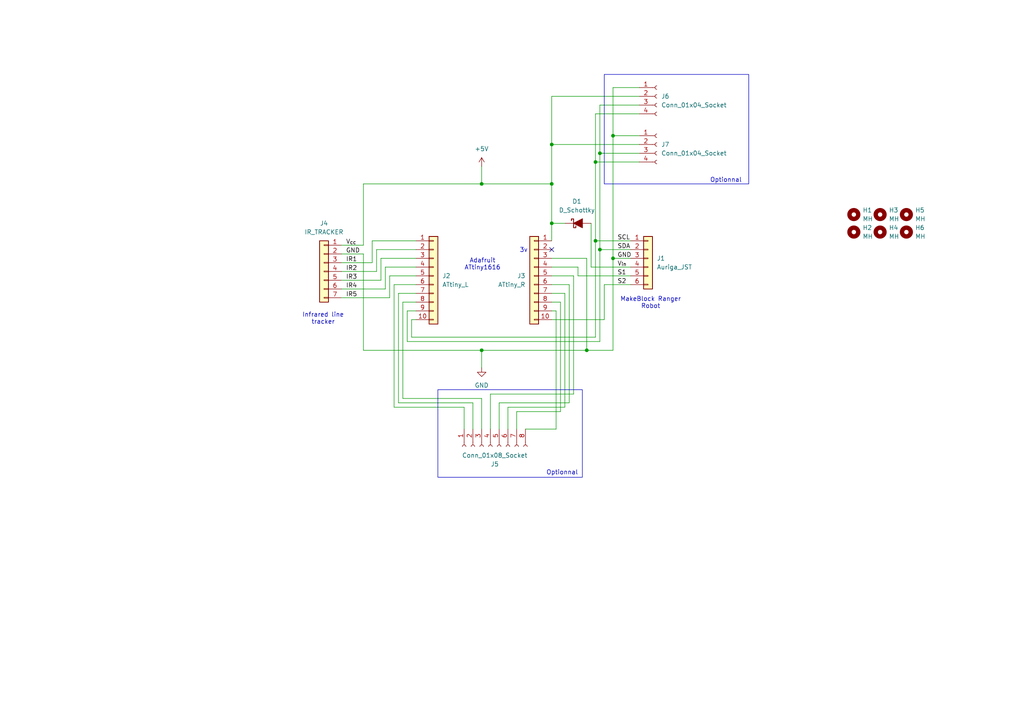
<source format=kicad_sch>
(kicad_sch (version 20231120) (generator "eeschema") (generator_version "8.0")
  (paper "A4")
  (lib_symbols
    (symbol "Conn_01x10_1" (pin_names (offset 1.016) hide)
      (property "Reference" "J2" (at 2.54 0.0001 0))
      (property "Value" "Conn_01x10" (at 2.54 -2.5399 0))
      (symbol "Conn_01x10_1_1_1"
        (rectangle (start -1.27 -12.573) (end 0 -12.827) (stroke (width 0.1524)))
        (rectangle (start -1.27 -10.033) (end 0 -10.287) (stroke (width 0.1524)))
        (rectangle (start -1.27 -7.493) (end 0 -7.747) (stroke (width 0.1524)))
        (rectangle (start -1.27 -4.953) (end 0 -5.207) (stroke (width 0.1524)))
        (rectangle (start -1.27 -2.413) (end 0 -2.667) (stroke (width 0.1524)))
        (rectangle (start -1.27 0.127) (end 0 -0.127) (stroke (width 0.1524)))
        (rectangle (start -1.27 2.667) (end 0 2.413) (stroke (width 0.1524)))
        (rectangle (start -1.27 5.207) (end 0 4.953) (stroke (width 0.1524)))
        (rectangle (start -1.27 7.747) (end 0 7.493) (stroke (width 0.1524)))
        (rectangle (start -1.27 10.287) (end 0 10.033) (stroke (width 0.1524)))
        (rectangle (start -1.27 11.43) (end 1.27 -13.97) (stroke (width 0.254)) (fill (type background)))
        (pin passive line (at -5.08 10.16 0) (length 3.81) (name "Pin_0") (number "1"))
        (pin passive line (at -5.08 -12.7 0) (length 3.81) (name "SCL") (number "10"))
        (pin passive line (at -5.08 7.62 0) (length 3.81) (name "Pin_1") (number "2"))
        (pin passive line (at -5.08 5.08 0) (length 3.81) (name "Pin_2") (number "3"))
        (pin passive line (at -5.08 2.54 0) (length 3.81) (name "Pin_3") (number "4"))
        (pin passive line (at -5.08 0 0) (length 3.81) (name "Pin_4") (number "5"))
        (pin passive line (at -5.08 -2.54 0) (length 3.81) (name "Pin_5") (number "6"))
        (pin passive line (at -5.08 -5.08 0) (length 3.81) (name "RXD") (number "7"))
        (pin passive line (at -5.08 -7.62 0) (length 3.81) (name "TXD") (number "8"))
        (pin passive line (at -5.08 -10.16 0) (length 3.81) (name "SDA") (number "9"))
      )
    )
    (symbol "Connector:Conn_01x04_Socket" (pin_names (offset 1.016) hide)
      (property "Reference" "J" (at 0 5.08 0))
      (property "Value" "Conn_01x04_Socket" (at 0 -7.62 0))
      (symbol "Conn_01x04_Socket_1_1"
        (arc (start 0 -4.572) (mid -0.5058 -5.08) (end 0 -5.588) (stroke (width 0.1524)))
        (arc (start 0 -2.032) (mid -0.5058 -2.54) (end 0 -3.048) (stroke (width 0.1524)))
        (polyline (pts (xy -1.27 -5.08) (xy -0.508 -5.08)) (stroke (width 0.1524)))
        (polyline (pts (xy -1.27 -2.54) (xy -0.508 -2.54)) (stroke (width 0.1524)))
        (polyline (pts (xy -1.27 0) (xy -0.508 0)) (stroke (width 0.1524)))
        (polyline (pts (xy -1.27 2.54) (xy -0.508 2.54)) (stroke (width 0.1524)))
        (arc (start 0 0.508) (mid -0.5058 0) (end 0 -0.508) (stroke (width 0.1524)))
        (arc (start 0 3.048) (mid -0.5058 2.54) (end 0 2.032) (stroke (width 0.1524)))
        (pin passive line (at -5.08 2.54 0) (length 3.81) (name "Pin_1") (number "1"))
        (pin passive line (at -5.08 0 0) (length 3.81) (name "Pin_2") (number "2"))
        (pin passive line (at -5.08 -2.54 0) (length 3.81) (name "Pin_3") (number "3"))
        (pin passive line (at -5.08 -5.08 0) (length 3.81) (name "Pin_4") (number "4"))
      )
    )
    (symbol "Connector:Conn_01x08_Socket" (pin_names (offset 1.016) hide)
      (property "Reference" "J" (at 0 10.16 0))
      (property "Value" "Conn_01x08_Socket" (at 0 -12.7 0))
      (symbol "Conn_01x08_Socket_1_1"
        (arc (start 0 -9.652) (mid -0.5058 -10.16) (end 0 -10.668) (stroke (width 0.1524)))
        (arc (start 0 -7.112) (mid -0.5058 -7.62) (end 0 -8.128) (stroke (width 0.1524)))
        (arc (start 0 -4.572) (mid -0.5058 -5.08) (end 0 -5.588) (stroke (width 0.1524)))
        (arc (start 0 -2.032) (mid -0.5058 -2.54) (end 0 -3.048) (stroke (width 0.1524)))
        (polyline (pts (xy -1.27 -10.16) (xy -0.508 -10.16)) (stroke (width 0.1524)))
        (polyline (pts (xy -1.27 -7.62) (xy -0.508 -7.62)) (stroke (width 0.1524)))
        (polyline (pts (xy -1.27 -5.08) (xy -0.508 -5.08)) (stroke (width 0.1524)))
        (polyline (pts (xy -1.27 -2.54) (xy -0.508 -2.54)) (stroke (width 0.1524)))
        (polyline (pts (xy -1.27 0) (xy -0.508 0)) (stroke (width 0.1524)))
        (polyline (pts (xy -1.27 2.54) (xy -0.508 2.54)) (stroke (width 0.1524)))
        (polyline (pts (xy -1.27 5.08) (xy -0.508 5.08)) (stroke (width 0.1524)))
        (polyline (pts (xy -1.27 7.62) (xy -0.508 7.62)) (stroke (width 0.1524)))
        (arc (start 0 0.508) (mid -0.5058 0) (end 0 -0.508) (stroke (width 0.1524)))
        (arc (start 0 3.048) (mid -0.5058 2.54) (end 0 2.032) (stroke (width 0.1524)))
        (arc (start 0 5.588) (mid -0.5058 5.08) (end 0 4.572) (stroke (width 0.1524)))
        (arc (start 0 8.128) (mid -0.5058 7.62) (end 0 7.112) (stroke (width 0.1524)))
        (pin passive line (at -5.08 7.62 0) (length 3.81) (name "Pin_1") (number "1"))
        (pin passive line (at -5.08 5.08 0) (length 3.81) (name "Pin_2") (number "2"))
        (pin passive line (at -5.08 2.54 0) (length 3.81) (name "Pin_3") (number "3"))
        (pin passive line (at -5.08 0 0) (length 3.81) (name "Pin_4") (number "4"))
        (pin passive line (at -5.08 -2.54 0) (length 3.81) (name "Pin_5") (number "5"))
        (pin passive line (at -5.08 -5.08 0) (length 3.81) (name "Pin_6") (number "6"))
        (pin passive line (at -5.08 -7.62 0) (length 3.81) (name "Pin_7") (number "7"))
        (pin passive line (at -5.08 -10.16 0) (length 3.81) (name "Pin_8") (number "8"))
      )
    )
    (symbol "Connector_Generic:Conn_01x06" (pin_names (offset 1.016) hide)
      (property "Reference" "J1" (at 2.54 0.0001 0))
      (property "Value" "Auriga_JST" (at 2.54 -2.5399 0))
      (symbol "Conn_01x06_1_1"
        (rectangle (start -1.27 -7.493) (end 0 -7.747) (stroke (width 0.1524)))
        (rectangle (start -1.27 -4.953) (end 0 -5.207) (stroke (width 0.1524)))
        (rectangle (start -1.27 -2.413) (end 0 -2.667) (stroke (width 0.1524)))
        (rectangle (start -1.27 0.127) (end 0 -0.127) (stroke (width 0.1524)))
        (rectangle (start -1.27 2.667) (end 0 2.413) (stroke (width 0.1524)))
        (rectangle (start -1.27 5.207) (end 0 4.953) (stroke (width 0.1524)))
        (rectangle (start -1.27 6.35) (end 1.27 -8.89) (stroke (width 0.254)) (fill (type background)))
        (pin passive line (at -5.08 5.08 0) (length 3.81) (name "SCL") (number "1"))
        (pin passive line (at -5.08 2.54 0) (length 3.81) (name "SDA") (number "2"))
        (pin passive line (at -5.08 0 0) (length 3.81) (name "PWR_A") (number "3"))
        (pin passive line (at -5.08 -2.54 0) (length 3.81) (name "PWR_B") (number "4"))
        (pin passive line (at -5.08 -5.08 0) (length 3.81) (name "S1") (number "5"))
        (pin passive line (at -5.08 -7.62 0) (length 3.81) (name "S2") (number "6"))
      )
    )
    (symbol "Connector_Generic:Conn_01x07" (pin_names (offset 1.016) hide)
      (property "Reference" "J" (at 0 10.16 0))
      (property "Value" "Conn_01x07" (at 0 -10.16 0))
      (symbol "Conn_01x07_1_1"
        (rectangle (start -1.27 -7.493) (end 0 -7.747) (stroke (width 0.1524)))
        (rectangle (start -1.27 -4.953) (end 0 -5.207) (stroke (width 0.1524)))
        (rectangle (start -1.27 -2.413) (end 0 -2.667) (stroke (width 0.1524)))
        (rectangle (start -1.27 0.127) (end 0 -0.127) (stroke (width 0.1524)))
        (rectangle (start -1.27 2.667) (end 0 2.413) (stroke (width 0.1524)))
        (rectangle (start -1.27 5.207) (end 0 4.953) (stroke (width 0.1524)))
        (rectangle (start -1.27 7.747) (end 0 7.493) (stroke (width 0.1524)))
        (rectangle (start -1.27 8.89) (end 1.27 -8.89) (stroke (width 0.254)) (fill (type background)))
        (pin passive line (at -5.08 7.62 0) (length 3.81) (name "Pin_1") (number "1"))
        (pin passive line (at -5.08 5.08 0) (length 3.81) (name "Pin_2") (number "2"))
        (pin passive line (at -5.08 2.54 0) (length 3.81) (name "Pin_3") (number "3"))
        (pin passive line (at -5.08 0 0) (length 3.81) (name "Pin_4") (number "4"))
        (pin passive line (at -5.08 -2.54 0) (length 3.81) (name "Pin_5") (number "5"))
        (pin passive line (at -5.08 -5.08 0) (length 3.81) (name "Pin_6") (number "6"))
        (pin passive line (at -5.08 -7.62 0) (length 3.81) (name "Pin_7") (number "7"))
      )
    )
    (symbol "Connector_Generic:Conn_01x10" (pin_names (offset 1.016) hide)
      (property "Reference" "J3" (at 2.54 0.0001 0))
      (property "Value" "Conn_01x10" (at 2.54 -2.5399 0))
      (symbol "Conn_01x10_1_1"
        (rectangle (start -1.27 -12.573) (end 0 -12.827) (stroke (width 0.1524)))
        (rectangle (start -1.27 -10.033) (end 0 -10.287) (stroke (width 0.1524)))
        (rectangle (start -1.27 -7.493) (end 0 -7.747) (stroke (width 0.1524)))
        (rectangle (start -1.27 -4.953) (end 0 -5.207) (stroke (width 0.1524)))
        (rectangle (start -1.27 -2.413) (end 0 -2.667) (stroke (width 0.1524)))
        (rectangle (start -1.27 0.127) (end 0 -0.127) (stroke (width 0.1524)))
        (rectangle (start -1.27 2.667) (end 0 2.413) (stroke (width 0.1524)))
        (rectangle (start -1.27 5.207) (end 0 4.953) (stroke (width 0.1524)))
        (rectangle (start -1.27 7.747) (end 0 7.493) (stroke (width 0.1524)))
        (rectangle (start -1.27 10.287) (end 0 10.033) (stroke (width 0.1524)))
        (rectangle (start -1.27 11.43) (end 1.27 -13.97) (stroke (width 0.254)) (fill (type background)))
        (pin passive line (at -5.08 10.16 0) (length 3.81) (name "Vin") (number "1"))
        (pin passive line (at -5.08 -12.7 0) (length 3.81) (name "Pin_11") (number "10"))
        (pin passive line (at -5.08 7.62 0) (length 3.81) (name "3v") (number "2"))
        (pin passive line (at -5.08 5.08 0) (length 3.81) (name "GND") (number "3"))
        (pin passive line (at -5.08 2.54 0) (length 3.81) (name "Pin_16") (number "4"))
        (pin passive line (at -5.08 0 0) (length 3.81) (name "Pin_15") (number "5"))
        (pin passive line (at -5.08 -2.54 0) (length 3.81) (name "Pin_14") (number "6"))
        (pin passive line (at -5.08 -5.08 0) (length 3.81) (name "UPDI") (number "7"))
        (pin passive line (at -5.08 -7.62 0) (length 3.81) (name "Pin_13") (number "8"))
        (pin passive line (at -5.08 -10.16 0) (length 3.81) (name "Pin_12") (number "9"))
      )
    )
    (symbol "Mechanical:MountingHole" (pin_names (offset 1.016)) (exclude_from_sim yes) (in_bom no)
      (property "Reference" "H" (at 0 5.08 0))
      (property "Value" "MountingHole" (at 0 3.175 0))
      (symbol "MountingHole_0_1"
        (circle (center 0 0) (radius 1.27) (stroke (width 1.27)))
      )
    )
    (symbol "PCM_Diode_Schottky_AKL:BAT65" (pin_numbers hide) (pin_names (offset 1.016) hide)
      (property "Reference" "D" (at 0 6.35 0))
      (property "Value" "BAT65" (at 0 3.81 0))
      (symbol "BAT65_0_1"
        (polyline (pts (xy -1.27 0) (xy 1.27 0)))
        (polyline (pts (xy -1.27 -1.27) (xy -1.27 1.27) (xy 1.27 0) (xy -1.27 -1.27)) (stroke (width 0.254)) (fill (type outline)))
        (polyline (pts (xy 1.905 -0.762) (xy 1.905 -1.27) (xy 1.27 -1.27) (xy 1.27 1.27) (xy 0.635 1.27) (xy 0.635 0.762)) (stroke (width 0.254)))
      )
      (symbol "BAT65_0_2"
        (polyline (pts (xy -2.54 -2.54) (xy 2.54 2.54)))
        (polyline (pts (xy 0 1.778) (xy 1.778 0)) (stroke (width 0.254)))
        (polyline (pts (xy 0 1.778) (xy -0.381 1.397) (xy 0 1.016)) (stroke (width 0.254)))
        (polyline (pts (xy 1.778 0) (xy 2.159 0.381) (xy 1.778 0.762)) (stroke (width 0.254)))
        (polyline (pts (xy -0.889 -0.889) (xy -1.778 0) (xy 0.889 0.889) (xy 0 -1.778) (xy -0.889 -0.889)) (stroke (width 0.254)) (fill (type outline)))
      )
      (symbol "BAT65_1_1"
        (pin passive line (at 3.81 0 180) (length 2.54) (name "K") (number "1"))
        (pin passive line (at -3.81 0 0) (length 2.54) (name "A") (number "2"))
      )
      (symbol "BAT65_1_2"
        (pin passive line (at 2.54 2.54 180) (length 0) (name "K") (number "1"))
        (pin passive line (at -2.54 -2.54 0) (length 0) (name "A") (number "2"))
      )
    )
    (symbol "power:+5V" (power) (pin_numbers hide) (pin_names (offset 0) hide)
      (property "Value" "+5V" (at 0 3.556 0))
      (symbol "+5V_0_1"
        (polyline (pts (xy -0.762 1.27) (xy 0 2.54)))
        (polyline (pts (xy 0 0) (xy 0 2.54)))
        (polyline (pts (xy 0 2.54) (xy 0.762 1.27)))
      )
      (symbol "+5V_1_1"
        (pin power_in line (at 0 0 90) (length 0) (name "~") (number "1"))
      )
    )
    (symbol "power:GND" (power) (pin_numbers hide) (pin_names (offset 0) hide)
      (property "Value" "GND" (at 0 -3.81 0))
      (symbol "GND_0_1"
        (polyline (pts (xy 0 0) (xy 0 -1.27) (xy 1.27 -1.27) (xy 0 -2.54) (xy -1.27 -1.27) (xy 0 -1.27)))
      )
      (symbol "GND_1_1"
        (pin power_in line (at 0 0 270) (length 0) (name "~") (number "1"))
      )
    )
  )
  (junction (at 177.8 39.37))
  (junction (at 139.7 101.6))
  (junction (at 177.8 74.93))
  (junction (at 160.02 41.91))
  (junction (at 139.7 53.34))
  (junction (at 173.99 44.45))
  (junction (at 170.18 101.6))
  (junction (at 172.72 69.85))
  (junction (at 160.02 64.77))
  (junction (at 172.72 46.99))
  (junction (at 173.99 72.39))
  (junction (at 160.02 53.34))
  (no_connect (at 160.02 72.39))
  (wire (pts (xy 160.02 64.77) (xy 163.83 64.77)))
  (wire (pts (xy 172.72 97.79) (xy 119.38 97.79)))
  (wire (pts (xy 114.3 118.11) (xy 134.62 118.11)))
  (wire (pts (xy 172.72 46.99) (xy 172.72 33.02)))
  (wire (pts (xy 160.02 53.34) (xy 160.02 41.91)))
  (wire (pts (xy 182.88 82.55) (xy 175.26 82.55)))
  (wire (pts (xy 167.64 77.47) (xy 160.02 77.47)))
  (wire (pts (xy 177.8 25.4) (xy 185.42 25.4)))
  (wire (pts (xy 160.02 82.55) (xy 165.1 82.55)))
  (wire (pts (xy 134.62 118.11) (xy 134.62 124.46)))
  (wire (pts (xy 177.8 74.93) (xy 177.8 39.37)))
  (wire (pts (xy 172.72 46.99) (xy 185.42 46.99)))
  (wire (pts (xy 160.02 53.34) (xy 139.7 53.34)))
  (wire (pts (xy 167.64 80.01) (xy 167.64 77.47)))
  (wire (pts (xy 166.37 114.3) (xy 142.24 114.3)))
  (wire (pts (xy 99.06 76.2) (xy 107.95 76.2)))
  (wire (pts (xy 99.06 78.74) (xy 109.22 78.74)))
  (wire (pts (xy 165.1 116.84) (xy 144.78 116.84)))
  (wire (pts (xy 110.49 81.28) (xy 110.49 74.93)))
  (wire (pts (xy 163.83 85.09) (xy 163.83 118.11)))
  (wire (pts (xy 116.84 87.63) (xy 116.84 115.57)))
  (wire (pts (xy 177.8 39.37) (xy 177.8 25.4)))
  (wire (pts (xy 160.02 27.94) (xy 185.42 27.94)))
  (wire (pts (xy 172.72 33.02) (xy 185.42 33.02)))
  (wire (pts (xy 105.41 73.66) (xy 105.41 101.6)))
  (wire (pts (xy 118.11 99.06) (xy 118.11 90.17)))
  (wire (pts (xy 175.26 92.71) (xy 160.02 92.71)))
  (wire (pts (xy 118.11 90.17) (xy 120.65 90.17)))
  (wire (pts (xy 105.41 53.34) (xy 139.7 53.34)))
  (wire (pts (xy 173.99 30.48) (xy 173.99 44.45)))
  (wire (pts (xy 177.8 39.37) (xy 185.42 39.37)))
  (wire (pts (xy 162.56 87.63) (xy 162.56 119.38)))
  (wire (pts (xy 172.72 69.85) (xy 182.88 69.85)))
  (wire (pts (xy 105.41 71.12) (xy 105.41 53.34)))
  (wire (pts (xy 160.02 87.63) (xy 162.56 87.63)))
  (wire (pts (xy 115.57 116.84) (xy 137.16 116.84)))
  (wire (pts (xy 139.7 101.6) (xy 139.7 106.68)))
  (wire (pts (xy 99.06 73.66) (xy 105.41 73.66)))
  (wire (pts (xy 139.7 115.57) (xy 139.7 124.46)))
  (wire (pts (xy 175.26 82.55) (xy 175.26 92.71)))
  (wire (pts (xy 160.02 80.01) (xy 166.37 80.01)))
  (wire (pts (xy 170.18 101.6) (xy 139.7 101.6)))
  (wire (pts (xy 114.3 82.55) (xy 120.65 82.55)))
  (wire (pts (xy 160.02 41.91) (xy 185.42 41.91)))
  (wire (pts (xy 109.22 78.74) (xy 109.22 72.39)))
  (wire (pts (xy 160.02 64.77) (xy 160.02 53.34)))
  (wire (pts (xy 160.02 74.93) (xy 170.18 74.93)))
  (wire (pts (xy 173.99 44.45) (xy 185.42 44.45)))
  (wire (pts (xy 149.86 119.38) (xy 149.86 124.46)))
  (wire (pts (xy 182.88 74.93) (xy 177.8 74.93)))
  (wire (pts (xy 172.72 69.85) (xy 172.72 97.79)))
  (wire (pts (xy 171.45 64.77) (xy 171.45 77.47)))
  (wire (pts (xy 163.83 118.11) (xy 147.32 118.11)))
  (wire (pts (xy 115.57 85.09) (xy 120.65 85.09)))
  (wire (pts (xy 137.16 116.84) (xy 137.16 124.46)))
  (wire (pts (xy 119.38 97.79) (xy 119.38 92.71)))
  (wire (pts (xy 166.37 80.01) (xy 166.37 114.3)))
  (wire (pts (xy 111.76 77.47) (xy 120.65 77.47)))
  (wire (pts (xy 107.95 76.2) (xy 107.95 69.85)))
  (wire (pts (xy 171.45 77.47) (xy 182.88 77.47)))
  (wire (pts (xy 160.02 90.17) (xy 161.29 90.17)))
  (wire (pts (xy 120.65 87.63) (xy 116.84 87.63)))
  (wire (pts (xy 161.29 90.17) (xy 161.29 124.46)))
  (wire (pts (xy 113.03 86.36) (xy 113.03 80.01)))
  (wire (pts (xy 173.99 99.06) (xy 118.11 99.06)))
  (wire (pts (xy 160.02 69.85) (xy 160.02 64.77)))
  (wire (pts (xy 182.88 80.01) (xy 167.64 80.01)))
  (wire (pts (xy 119.38 92.71) (xy 120.65 92.71)))
  (wire (pts (xy 99.06 86.36) (xy 113.03 86.36)))
  (wire (pts (xy 173.99 44.45) (xy 173.99 72.39)))
  (wire (pts (xy 170.18 74.93) (xy 170.18 101.6)))
  (wire (pts (xy 114.3 118.11) (xy 114.3 82.55)))
  (wire (pts (xy 161.29 124.46) (xy 152.4 124.46)))
  (wire (pts (xy 105.41 101.6) (xy 139.7 101.6)))
  (wire (pts (xy 144.78 116.84) (xy 144.78 124.46)))
  (wire (pts (xy 107.95 69.85) (xy 120.65 69.85)))
  (wire (pts (xy 173.99 30.48) (xy 185.42 30.48)))
  (wire (pts (xy 147.32 118.11) (xy 147.32 124.46)))
  (wire (pts (xy 177.8 74.93) (xy 177.8 101.6)))
  (wire (pts (xy 113.03 80.01) (xy 120.65 80.01)))
  (wire (pts (xy 173.99 72.39) (xy 173.99 99.06)))
  (wire (pts (xy 142.24 114.3) (xy 142.24 124.46)))
  (wire (pts (xy 116.84 115.57) (xy 139.7 115.57)))
  (wire (pts (xy 139.7 48.26) (xy 139.7 53.34)))
  (wire (pts (xy 172.72 69.85) (xy 172.72 46.99)))
  (wire (pts (xy 99.06 71.12) (xy 105.41 71.12)))
  (wire (pts (xy 110.49 74.93) (xy 120.65 74.93)))
  (wire (pts (xy 99.06 81.28) (xy 110.49 81.28)))
  (wire (pts (xy 109.22 72.39) (xy 120.65 72.39)))
  (wire (pts (xy 162.56 119.38) (xy 149.86 119.38)))
  (wire (pts (xy 170.18 101.6) (xy 177.8 101.6)))
  (wire (pts (xy 111.76 83.82) (xy 111.76 77.47)))
  (wire (pts (xy 160.02 41.91) (xy 160.02 27.94)))
  (wire (pts (xy 160.02 85.09) (xy 163.83 85.09)))
  (wire (pts (xy 173.99 72.39) (xy 182.88 72.39)))
  (wire (pts (xy 99.06 83.82) (xy 111.76 83.82)))
  (wire (pts (xy 115.57 116.84) (xy 115.57 85.09)))
  (wire (pts (xy 165.1 82.55) (xy 165.1 116.84)))
  (rectangle (start 175.26 21.59) (end 217.17 53.34))
  (rectangle (start 127 113.03) (end 168.91 138.43))
  (text "Optionnal" (at 163.068 137.16 0) (effects (font (size 1.27 1.27))))
  (text "3v" (at 151.892 72.644 0) (effects (font (size 1.27 1.27))))
  (text "Optionnal" (at 210.566 52.324 0) (effects (font (size 1.27 1.27))))
  (text "MakeBlock Ranger\nRobot" (at 188.722 87.884 0) (effects (font (size 1.27 1.27))))
  (text "Adafruit\nATtiny1616" (at 139.954 76.708 0) (effects (font (size 1.27 1.27))))
  (text "Infrared line\ntracker" (at 93.726 92.456 0) (effects (font (size 1.27 1.27))))
  (label "S1" (at 179.07 80.01 0))
  (label "IR3" (at 100.33 81.28 0))
  (label "GND" (at 179.07 74.93 0))
  (label "IR2" (at 100.33 78.74 0))
  (label "SDA" (at 179.07 72.39 0))
  (label "GND" (at 100.33 73.66 0))
  (label "V_{in}" (at 179.07 77.47 0))
  (label "V_{cc}" (at 100.33 71.12 0))
  (label "S2" (at 179.07 82.55 0))
  (label "IR5" (at 100.33 86.36 0))
  (label "IR1" (at 100.33 76.2 0))
  (label "IR4" (at 100.33 83.82 0))
  (label "SCL" (at 179.07 69.85 0))
  (symbol (lib_id "Connector_Generic:Conn_01x10") (at 154.94 80.01 0) (mirror y) (unit 1)
    (property "Reference" "J3" (at 152.4 80.0099 0) (effects (justify left)))
    (property "Value" "ATtiny_R" (at 152.4 82.5499 0) (effects (justify left)))
    (property "Footprint" "Connector_PinSocket_2.54mm:PinSocket_1x10_P2.54mm_Vertical" (effects (hide yes)))
    (property "Description" "Generic connector, single row, 01x10, script generated (kicad-library-utils/schlib/autogen/connector/)" (effects (hide yes)))
    (property "LCSC" "C2897373" (effects (hide yes)))
  )
  (symbol (lib_id "Mechanical:MountingHole") (at 247.65 62.23 0) (unit 1) (exclude_from_sim yes) (in_bom no)
    (property "Reference" "H1" (at 250.19 60.9599 0) (effects (justify left)))
    (property "Value" "MH" (at 250.19 63.4999 0) (effects (justify left)))
    (property "Footprint" "MountingHole:MountingHole_4.3mm_M4_Pad_TopBottom_MakeBlock" (effects (hide yes)))
    (property "Description" "Mounting Hole without connection" (effects (hide yes)))
  )
  (symbol (lib_id "Connector:Conn_01x08_Socket") (at 142.24 129.54 90) (mirror x) (unit 1)
    (property "Reference" "J5" (at 143.51 134.62 90))
    (property "Value" "Conn_01x08_Socket" (at 143.51 132.08 90))
    (property "Footprint" "Connector_PinSocket_2.54mm:PinSocket_1x08_P2.54mm_Vertical" (effects (hide yes)))
    (property "Description" "Generic connector, single row, 01x08, script generated" (effects (hide yes)))
    (property "LCSC" "C27438" (effects (hide yes)))
  )
  (symbol (lib_id "power:+5V") (at 139.7 48.26 0) (unit 1)
    (property "Reference" "#PWR01" (effects (hide yes)))
    (property "Value" "+5V" (at 139.7 43.18 0))
    (property "Description" "Power symbol creates a global label with name \"+5V\"" (effects (hide yes)))
  )
  (symbol (lib_id "power:GND") (at 139.7 106.68 0) (unit 1)
    (property "Reference" "#PWR02" (effects (hide yes)))
    (property "Value" "GND" (at 139.7 111.76 0))
    (property "Description" "Power symbol creates a global label with name \"GND\" , ground" (effects (hide yes)))
  )
  (symbol (lib_id "Connector:Conn_01x04_Socket") (at 190.5 27.94 0) (unit 1)
    (property "Reference" "J6" (at 191.77 27.9399 0) (effects (justify left)))
    (property "Value" "Conn_01x04_Socket" (at 191.77 30.4799 0) (effects (justify left)))
    (property "Footprint" "Connector_PinSocket_2.54mm:PinSocket_1x04_P2.54mm_GVSCLSDC" (effects (hide yes)))
    (property "Description" "Generic connector, single row, 01x04, script generated" (effects (hide yes)))
    (property "LCSC" "C2718488" (effects (hide yes)))
  )
  (symbol (lib_id "Connector_Generic:Conn_01x07") (at 93.98 78.74 0) (mirror y) (unit 1)
    (property "Reference" "J4" (at 93.98 64.77 0))
    (property "Value" "IR_TRACKER" (at 93.98 67.31 0))
    (property "Footprint" "Connector_JST:JST_XH_B7B-XH-A_1x07_P2.50mm_Vertical" (effects (hide yes)))
    (property "Description" "Generic connector, single row, 01x07, script generated (kicad-library-utils/schlib/autogen/connector/)" (effects (hide yes)))
    (property "LCSC" "C6332200" (effects (hide yes)))
  )
  (symbol (lib_id "Connector:Conn_01x04_Socket") (at 190.5 41.91 0) (unit 1)
    (property "Reference" "J7" (at 191.77 41.9099 0) (effects (justify left)))
    (property "Value" "Conn_01x04_Socket" (at 191.77 44.4499 0) (effects (justify left)))
    (property "Footprint" "Connector_PinSocket_2.54mm:PinSocket_1x04_P2.54mm_GVSCLSDC" (effects (hide yes)))
    (property "Description" "Generic connector, single row, 01x04, script generated" (effects (hide yes)))
    (property "LCSC" "C2718488" (effects (hide yes)))
  )
  (symbol (lib_id "Connector_Generic:Conn_01x06") (at 187.96 74.93 0) (unit 1)
    (property "Reference" "J1" (at 190.5 74.9299 0) (effects (justify left)))
    (property "Value" "Auriga_JST" (at 190.5 77.4699 0) (effects (justify left)))
    (property "Footprint" "Connector_JST:JST_XH_S6B-XH-A-1_1x06_P2.50mm_Horizontal" (effects (hide yes)))
    (property "Description" "Generic connector, single row, 01x06, script generated (kicad-library-utils/schlib/autogen/connector/)" (effects (hide yes)))
    (property "LCSC" "C157919" (effects (hide yes)))
  )
  (symbol (lib_id "Mechanical:MountingHole") (at 262.89 62.23 0) (unit 1) (exclude_from_sim yes) (in_bom no)
    (property "Reference" "H5" (at 265.43 60.9599 0) (effects (justify left)))
    (property "Value" "MH" (at 265.43 63.4999 0) (effects (justify left)))
    (property "Footprint" "MountingHole:MountingHole_4.3mm_M4_Pad_TopBottom_MakeBlock" (effects (hide yes)))
    (property "Description" "Mounting Hole without connection" (effects (hide yes)))
  )
  (symbol (lib_id "Mechanical:MountingHole") (at 247.65 67.31 0) (unit 1) (exclude_from_sim yes) (in_bom no)
    (property "Reference" "H2" (at 250.19 66.0399 0) (effects (justify left)))
    (property "Value" "MH" (at 250.19 68.5799 0) (effects (justify left)))
    (property "Footprint" "MountingHole:MountingHole_4.3mm_M4_Pad_TopBottom_MakeBlock" (effects (hide yes)))
    (property "Description" "Mounting Hole without connection" (effects (hide yes)))
  )
  (symbol (lib_name "Conn_01x10_1") (lib_id "Connector_Generic:Conn_01x10") (at 125.73 80.01 0) (unit 1)
    (property "Reference" "J2" (at 128.27 80.0099 0) (effects (justify left)))
    (property "Value" "ATtiny_L" (at 128.27 82.5499 0) (effects (justify left)))
    (property "Footprint" "Connector_PinSocket_2.54mm:PinSocket_1x10_P2.54mm_Vertical" (effects (hide yes)))
    (property "Description" "Generic connector, single row, 01x10, script generated (kicad-library-utils/schlib/autogen/connector/)" (effects (hide yes)))
    (property "LCSC" "C2897373" (effects (hide yes)))
  )
  (symbol (lib_id "Mechanical:MountingHole") (at 255.27 67.31 0) (unit 1) (exclude_from_sim yes) (in_bom no)
    (property "Reference" "H4" (at 257.81 66.0399 0) (effects (justify left)))
    (property "Value" "MH" (at 257.81 68.5799 0) (effects (justify left)))
    (property "Footprint" "MountingHole:MountingHole_4.3mm_M4_Pad_TopBottom_MakeBlock" (effects (hide yes)))
    (property "Description" "Mounting Hole without connection" (effects (hide yes)))
  )
  (symbol (lib_id "PCM_Diode_Schottky_AKL:BAT65") (at 167.64 64.77 180) (unit 1)
    (property "Reference" "D1" (at 167.3225 58.42 0))
    (property "Value" "D_Schottky" (at 167.3225 60.96 0))
    (property "Footprint" "PCM_Diode_SMD_AKL:D_SOD-123" (effects (hide yes)))
    (property "Datasheet" "https://pdf.datasheetcatalog.com/datasheet/siemens/BAT65.pdf" (effects (hide yes)))
    (property "Description" "SOD-123 Schottky diode, 40V, 500mA, Alternate KiCAD Library" (effects (hide yes)))
    (property "LCSC" "C78545" (effects (hide yes)))
  )
  (symbol (lib_id "Mechanical:MountingHole") (at 255.27 62.23 0) (unit 1) (exclude_from_sim yes) (in_bom no)
    (property "Reference" "H3" (at 257.81 60.9599 0) (effects (justify left)))
    (property "Value" "MH" (at 257.81 63.4999 0) (effects (justify left)))
    (property "Footprint" "MountingHole:MountingHole_4.3mm_M4_Pad_TopBottom_MakeBlock" (effects (hide yes)))
    (property "Description" "Mounting Hole without connection" (effects (hide yes)))
  )
  (symbol (lib_id "Mechanical:MountingHole") (at 262.89 67.31 0) (unit 1) (exclude_from_sim yes) (in_bom no)
    (property "Reference" "H6" (at 265.43 66.0399 0) (effects (justify left)))
    (property "Value" "MH" (at 265.43 68.5799 0) (effects (justify left)))
    (property "Footprint" "MountingHole:MountingHole_4.3mm_M4_Pad_TopBottom_MakeBlock" (effects (hide yes)))
    (property "Description" "Mounting Hole without connection" (effects (hide yes)))
  )
)
</source>
